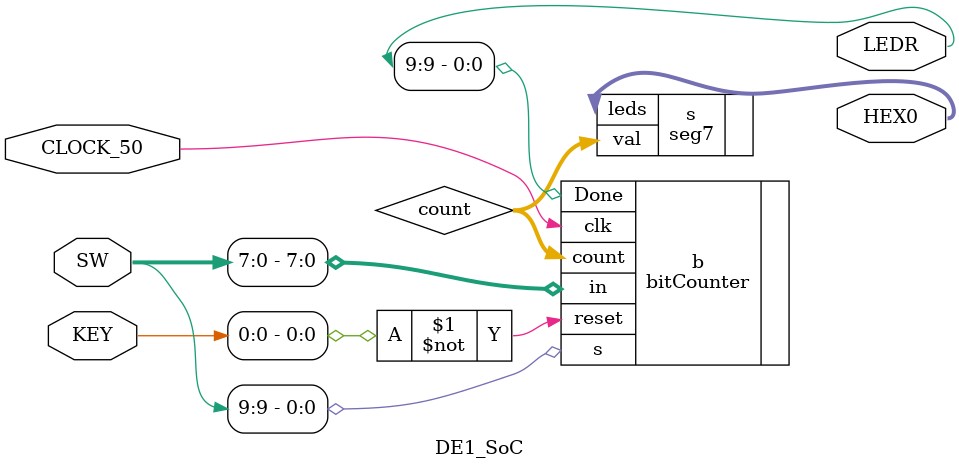
<source format=sv>
module DE1_SoC (SW, KEY, LEDR, HEX0, CLOCK_50);
	input logic [9:0] SW;
	input logic [3:0] KEY;
	input logic CLOCK_50;
	output logic [9:0] LEDR;
	output logic [6:0] HEX0;
	logic [3:0] count;
	
	bitCounter b (.in(SW[7:0]), .reset(~KEY[0]), .s(SW[9]), .clk(CLOCK_50), .count, .Done(LEDR[9]));
	seg7 s (.val(count), .leds(HEX0));
endmodule

</source>
